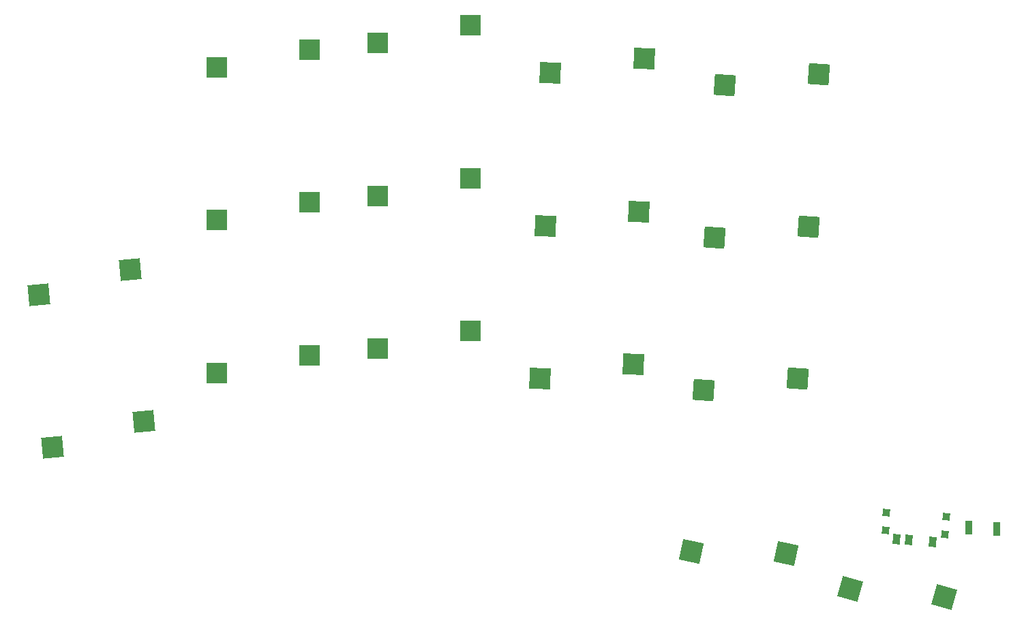
<source format=gbr>
%TF.GenerationSoftware,KiCad,Pcbnew,(6.0.2)*%
%TF.CreationDate,2022-03-14T22:31:34-07:00*%
%TF.ProjectId,unit01,706f6c69-7368-4656-942e-6b696361645f,v1.0.0*%
%TF.SameCoordinates,Original*%
%TF.FileFunction,Paste,Top*%
%TF.FilePolarity,Positive*%
%FSLAX46Y46*%
G04 Gerber Fmt 4.6, Leading zero omitted, Abs format (unit mm)*
G04 Created by KiCad (PCBNEW (6.0.2)) date 2022-03-14 22:31:34*
%MOMM*%
%LPD*%
G01*
G04 APERTURE LIST*
G04 Aperture macros list*
%AMRotRect*
0 Rectangle, with rotation*
0 The origin of the aperture is its center*
0 $1 length*
0 $2 width*
0 $3 Rotation angle, in degrees counterclockwise*
0 Add horizontal line*
21,1,$1,$2,0,0,$3*%
G04 Aperture macros list end*
%ADD10RotRect,0.900000X0.900000X356.000000*%
%ADD11RotRect,0.900000X1.250000X356.000000*%
%ADD12R,2.600000X2.600000*%
%ADD13R,0.900000X1.700000*%
%ADD14RotRect,2.600000X2.600000X344.000000*%
%ADD15RotRect,2.600000X2.600000X358.000000*%
%ADD16RotRect,2.600000X2.600000X5.000000*%
%ADD17RotRect,2.600000X2.600000X348.000000*%
%ADD18RotRect,2.600000X2.600000X356.000000*%
G04 APERTURE END LIST*
D10*
%TO.C,T1*%
X95007279Y-5126932D03*
X94853815Y-7321573D03*
X102389253Y-5643129D03*
X102235789Y-7837770D03*
D11*
X100721308Y-8709248D03*
X97728616Y-8499979D03*
X96232270Y-8395344D03*
%TD*%
D12*
%TO.C,S13*%
X43357739Y36482796D03*
X31807739Y34282796D03*
%TD*%
D13*
%TO.C,*%
X108647053Y-7183403D03*
X105255335Y-6946231D03*
%TD*%
D14*
%TO.C,S31*%
X102198220Y-15638815D03*
X90489246Y-14569980D03*
%TD*%
D15*
%TO.C,S17*%
X63563396Y13364876D03*
X51943653Y11569305D03*
%TD*%
D16*
%TO.C,S3*%
X1088002Y25140493D03*
X-10226304Y21942215D03*
%TD*%
%TO.C,S1*%
X2743961Y6212794D03*
X-8570345Y3014516D03*
%TD*%
D15*
%TO.C,S21*%
X64889577Y51341727D03*
X53269834Y49546156D03*
%TD*%
%TO.C,S19*%
X64226486Y32353302D03*
X52606743Y30557731D03*
%TD*%
D17*
%TO.C,S29*%
X82495513Y-10180161D03*
X70740502Y-9930705D03*
%TD*%
D18*
%TO.C,S23*%
X83967577Y11533744D03*
X72292248Y10144790D03*
%TD*%
D12*
%TO.C,S9*%
X23357739Y52482796D03*
X11807739Y50282796D03*
%TD*%
%TO.C,S11*%
X43357739Y17482796D03*
X31807739Y15282796D03*
%TD*%
D18*
%TO.C,S27*%
X86618322Y49441178D03*
X74942993Y48052224D03*
%TD*%
D12*
%TO.C,S5*%
X23357739Y14482796D03*
X11807739Y12282796D03*
%TD*%
%TO.C,S7*%
X23357739Y33482796D03*
X11807739Y31282796D03*
%TD*%
D18*
%TO.C,S25*%
X85292950Y30487461D03*
X73617621Y29098507D03*
%TD*%
D12*
%TO.C,S15*%
X43357739Y55482796D03*
X31807739Y53282796D03*
%TD*%
M02*

</source>
